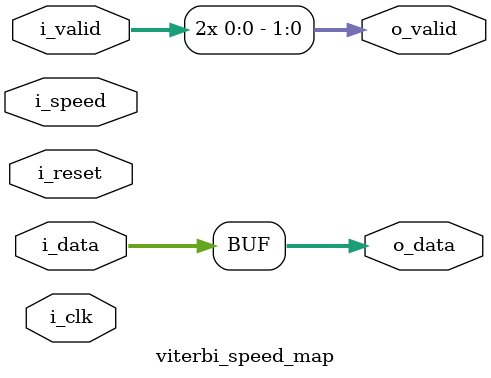
<source format=v>
`timescale 1ns / 1ps


module viterbi_speed_map #(parameter p_auto_pol = 0, parameter p_speed_size = 1, parameter p_speed_pol0 = 1'b1, parameter p_speed_pol1 = 1'b1)(
    i_clk,
    i_reset,
    i_data,
    i_valid,
    i_speed,
    o_data,
    o_valid
    );

    // localparam p_speed_size = $clog2(p_speed_size) + 1;
    
    input i_clk;
    input i_reset;
    input [1:0] i_data;
    input i_valid;
    input [7:0] i_speed;
    output [1:0] o_data;
    output [1:0] o_valid;

    generate 
    if((p_speed_size == 1) && (p_auto_pol == 0)) begin : U_speed_1
        assign o_data = i_data;
        assign o_valid = {2{i_valid}};
    end
    else begin : U_multispeed

        reg [7:0] r_counter = 0;
        reg [1:0] r_odata = 0;
        reg [1:0] r_ovalid = 0;
        reg [p_speed_size-1:0] r_speed_pol0 = p_speed_pol0;
        reg [p_speed_size-1:0] r_speed_pol1 = p_speed_pol1;

        reg [1:0] r_speed_pol = 2'b11;
        reg [1:0] r_speed_nepol = 2'b11;

        wire [7:0] w_speed_to;
        wire [1:0] w_speed_pol;

        assign o_data = r_odata;
        assign o_valid = r_ovalid;
        assign w_speed_to = /*i_speed > p_speed_size ? p_speed_size - 1 : */i_speed - 1;
        if(p_auto_pol == 0)
        begin
            assign w_speed_pol = {r_speed_pol1[0], r_speed_pol0[0]};
        end
        else if(p_auto_pol == 1)
        begin
            assign w_speed_pol = r_speed_pol;
        end
        else 
        begin
            assign w_speed_pol = r_speed_nepol;
        end

        always @(posedge i_clk) begin
            if(i_reset)
            begin
                r_odata <= 0;
                r_ovalid <= 0;
            end
            else 
            begin
                if(i_valid)
                begin
                    r_odata <= i_data & w_speed_pol;
                    r_ovalid <= w_speed_pol;
                end
                else 
                begin
                    r_ovalid <= 0;
                end
            end
        end

        always @(posedge i_clk) begin : a_counter
            if(i_reset)
            begin
                r_counter <= 0;
            end
            else
            begin
                if(i_valid)
                begin
                    if(r_counter >= (w_speed_to))       r_counter <= 0;
                    else                                r_counter <= r_counter + 1;
                end
            end
        end

        if(p_auto_pol == 0)
        begin
            always @(posedge i_clk) begin
                if(i_reset)
                begin
                    r_speed_pol0 <= p_speed_pol0;
                    r_speed_pol1 <= p_speed_pol1;
                end
                else
                begin
                    if(i_valid)
                    begin
                        if(r_counter >= (w_speed_to))       r_speed_pol0 <= p_speed_pol0;
                        else                                r_speed_pol0 <= {r_speed_pol0[0], r_speed_pol0[p_speed_size-1:1]};

                        if(r_counter >= (w_speed_to))       r_speed_pol1 <= p_speed_pol1;
                        else                                r_speed_pol1 <= {r_speed_pol1[0], r_speed_pol1[p_speed_size-1:1]};
                    end
                end
            end
        end
        else
        begin
            always @(posedge i_clk) begin
                if(i_reset)
                begin
                    r_speed_pol <= 2'b11;
                    r_speed_nepol <= 2'b11;
                end
                else 
                begin
                    if(i_valid)
                    begin
                        if(r_counter >= (w_speed_to))           r_speed_pol <= 2'b11;
                        else                                    r_speed_pol <= {!r_counter[0], r_counter[0]};
                        if(r_counter >= (w_speed_to))           r_speed_nepol <= 2'b11;
                        else                                    r_speed_nepol <= {r_counter[0], !r_counter[0]};
                    end
                end
            end
        end
    end
    endgenerate

endmodule

</source>
